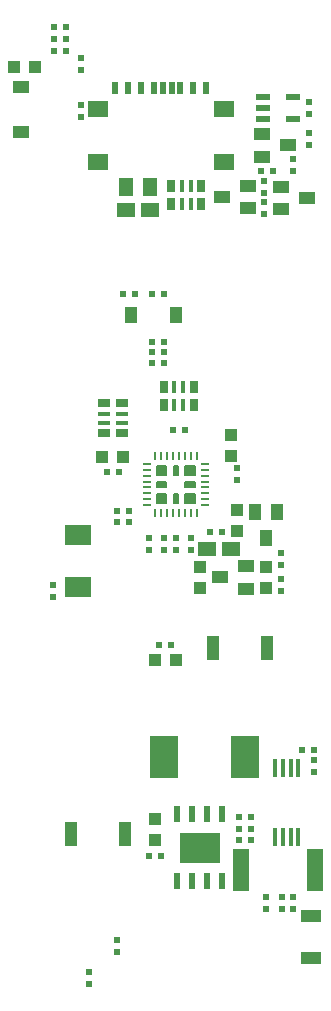
<source format=gbr>
G04 #@! TF.GenerationSoftware,KiCad,Pcbnew,5.1.6-c6e7f7d~87~ubuntu18.04.1*
G04 #@! TF.CreationDate,2022-07-28T15:35:08+03:00*
G04 #@! TF.ProjectId,ESP32-PoE-ISO_Rev_K,45535033-322d-4506-9f45-2d49534f5f52,K*
G04 #@! TF.SameCoordinates,Original*
G04 #@! TF.FileFunction,Paste,Bot*
G04 #@! TF.FilePolarity,Positive*
%FSLAX46Y46*%
G04 Gerber Fmt 4.6, Leading zero omitted, Abs format (unit mm)*
G04 Created by KiCad (PCBNEW 5.1.6-c6e7f7d~87~ubuntu18.04.1) date 2022-07-28 15:35:08*
%MOMM*%
%LPD*%
G01*
G04 APERTURE LIST*
%ADD10C,0.200000*%
%ADD11R,1.400000X1.000000*%
%ADD12R,1.016000X1.016000*%
%ADD13R,1.016000X2.032000*%
%ADD14R,2.400000X3.600000*%
%ADD15R,0.550000X0.500000*%
%ADD16R,0.500000X0.550000*%
%ADD17R,1.270000X1.524000*%
%ADD18R,1.524000X1.270000*%
%ADD19R,1.778000X1.016000*%
%ADD20R,0.500000X1.000000*%
%ADD21R,1.754000X1.454000*%
%ADD22R,0.381000X1.016000*%
%ADD23R,0.635000X1.016000*%
%ADD24R,1.000000X1.400000*%
%ADD25R,0.230000X0.780000*%
%ADD26R,0.780000X0.230000*%
%ADD27R,1.016000X0.381000*%
%ADD28R,1.016000X0.635000*%
%ADD29R,2.286000X1.778000*%
%ADD30R,0.350000X1.500000*%
%ADD31R,3.500000X2.600000*%
%ADD32R,0.600000X1.400000*%
%ADD33R,1.454000X3.654001*%
%ADD34R,1.200000X0.550000*%
G04 APERTURE END LIST*
D10*
X104610000Y-136706000D02*
X104610000Y-137106000D01*
X103810000Y-136706000D02*
X104610000Y-136706000D01*
X103810000Y-137106000D02*
X103810000Y-136706000D01*
X104610000Y-137106000D02*
X103810000Y-137106000D01*
X104610000Y-137006000D02*
X103810000Y-137006000D01*
X103810000Y-136906000D02*
X104610000Y-136906000D01*
X104610000Y-136806000D02*
X103810000Y-136806000D01*
X107010000Y-136806000D02*
X106210000Y-136806000D01*
X106210000Y-136906000D02*
X107010000Y-136906000D01*
X107010000Y-137006000D02*
X106210000Y-137006000D01*
X107010000Y-137106000D02*
X106210000Y-137106000D01*
X106210000Y-137106000D02*
X106210000Y-136706000D01*
X106210000Y-136706000D02*
X107010000Y-136706000D01*
X107010000Y-136706000D02*
X107010000Y-137106000D01*
X105210000Y-136106000D02*
X105610000Y-136106000D01*
X105210000Y-135306000D02*
X105210000Y-136106000D01*
X105610000Y-135306000D02*
X105210000Y-135306000D01*
X105610000Y-136106000D02*
X105610000Y-135306000D01*
X105510000Y-136106000D02*
X105510000Y-135306000D01*
X105410000Y-136106000D02*
X105410000Y-135306000D01*
X105310000Y-136106000D02*
X105310000Y-135306000D01*
X105310000Y-138506000D02*
X105310000Y-137706000D01*
X105410000Y-138506000D02*
X105410000Y-137706000D01*
X105510000Y-138506000D02*
X105510000Y-137706000D01*
X105610000Y-138506000D02*
X105610000Y-137706000D01*
X105610000Y-137706000D02*
X105210000Y-137706000D01*
X105210000Y-137706000D02*
X105210000Y-138506000D01*
X105210000Y-138506000D02*
X105610000Y-138506000D01*
X104610000Y-135406000D02*
X103810000Y-135406000D01*
X104610000Y-135506000D02*
X103810000Y-135506000D01*
X104610000Y-135606000D02*
X103810000Y-135606000D01*
X104610000Y-135706000D02*
X103810000Y-135706000D01*
X104610000Y-135806000D02*
X103810000Y-135806000D01*
X104610000Y-135906000D02*
X103810000Y-135906000D01*
X104610000Y-136006000D02*
X103810000Y-136006000D01*
X104610000Y-136106000D02*
X103810000Y-136106000D01*
X103810000Y-136106000D02*
X103810000Y-135306000D01*
X103810000Y-135306000D02*
X104610000Y-135306000D01*
X104610000Y-135306000D02*
X104610000Y-136106000D01*
X107010000Y-135306000D02*
X107010000Y-136106000D01*
X106210000Y-135306000D02*
X107010000Y-135306000D01*
X106210000Y-136106000D02*
X106210000Y-135306000D01*
X107010000Y-136106000D02*
X106210000Y-136106000D01*
X107010000Y-136006000D02*
X106210000Y-136006000D01*
X107010000Y-135906000D02*
X106210000Y-135906000D01*
X107010000Y-135806000D02*
X106210000Y-135806000D01*
X107010000Y-135706000D02*
X106210000Y-135706000D01*
X107010000Y-135606000D02*
X106210000Y-135606000D01*
X107010000Y-135506000D02*
X106210000Y-135506000D01*
X107010000Y-135406000D02*
X106210000Y-135406000D01*
X104610000Y-137706000D02*
X104610000Y-138506000D01*
X103810000Y-137706000D02*
X104610000Y-137706000D01*
X103810000Y-138506000D02*
X103810000Y-137706000D01*
X104610000Y-138506000D02*
X103810000Y-138506000D01*
X104610000Y-138406000D02*
X103810000Y-138406000D01*
X104610000Y-138306000D02*
X103810000Y-138306000D01*
X104610000Y-138206000D02*
X103810000Y-138206000D01*
X104610000Y-138106000D02*
X103810000Y-138106000D01*
X104610000Y-138006000D02*
X103810000Y-138006000D01*
X104610000Y-137906000D02*
X103810000Y-137906000D01*
X104610000Y-137806000D02*
X103810000Y-137806000D01*
X107010000Y-137806000D02*
X106210000Y-137806000D01*
X107010000Y-137906000D02*
X106210000Y-137906000D01*
X107010000Y-138006000D02*
X106210000Y-138006000D01*
X107010000Y-138106000D02*
X106210000Y-138106000D01*
X107010000Y-138206000D02*
X106210000Y-138206000D01*
X107010000Y-138306000D02*
X106210000Y-138306000D01*
X107010000Y-138406000D02*
X106210000Y-138406000D01*
X107010000Y-138506000D02*
X106210000Y-138506000D01*
X106210000Y-138506000D02*
X106210000Y-137706000D01*
X106210000Y-137706000D02*
X107010000Y-137706000D01*
X107010000Y-137706000D02*
X107010000Y-138506000D01*
D11*
X92329000Y-103256000D03*
X92329000Y-107056000D03*
D12*
X91694000Y-101600000D03*
X93472000Y-101600000D03*
D13*
X101092000Y-166497000D03*
X96520000Y-166497000D03*
X113157000Y-150749000D03*
X108585000Y-150749000D03*
D14*
X104423000Y-160020000D03*
X111223000Y-160020000D03*
D15*
X94996000Y-145415000D03*
X94996000Y-146431000D03*
D16*
X95123000Y-99187000D03*
X96139000Y-99187000D03*
X95123000Y-98171000D03*
X96139000Y-98171000D03*
X96139000Y-100203000D03*
X95123000Y-100203000D03*
D12*
X105410000Y-151765000D03*
X103632000Y-151765000D03*
D15*
X114300000Y-142748000D03*
X114300000Y-143764000D03*
D12*
X113030000Y-143891000D03*
X113030000Y-145669000D03*
D17*
X103251000Y-111760000D03*
X101219000Y-111760000D03*
D16*
X106172000Y-132334000D03*
X105156000Y-132334000D03*
X99568000Y-135890000D03*
X100584000Y-135890000D03*
X101473000Y-139192000D03*
X100457000Y-139192000D03*
X109347000Y-140970000D03*
X108331000Y-140970000D03*
X113665000Y-110363000D03*
X112649000Y-110363000D03*
D15*
X97409000Y-105791000D03*
X97409000Y-104775000D03*
D16*
X104394000Y-126619000D03*
X103378000Y-126619000D03*
X104394000Y-124841000D03*
X103378000Y-124841000D03*
X104394000Y-120777000D03*
X103378000Y-120777000D03*
X104394000Y-125730000D03*
X103378000Y-125730000D03*
X100457000Y-140081000D03*
X101473000Y-140081000D03*
D15*
X110617000Y-136525000D03*
X110617000Y-135509000D03*
X105410000Y-141478000D03*
X105410000Y-142494000D03*
X106680000Y-142494000D03*
X106680000Y-141478000D03*
X103124000Y-142494000D03*
X103124000Y-141478000D03*
X104394000Y-142494000D03*
X104394000Y-141478000D03*
X114300000Y-145923000D03*
X114300000Y-144907000D03*
D16*
X105029000Y-150495000D03*
X104013000Y-150495000D03*
D15*
X115316000Y-109347000D03*
X115316000Y-110363000D03*
D11*
X111343440Y-143830040D03*
X111343440Y-145732500D03*
X109133640Y-144777460D03*
X114335560Y-113598960D03*
X114335560Y-111696500D03*
X116545360Y-112651540D03*
D18*
X101219000Y-113665000D03*
X103251000Y-113665000D03*
D19*
X116840000Y-177038000D03*
X116840000Y-173482000D03*
D20*
X100290000Y-103380000D03*
X101390000Y-103380000D03*
X102490000Y-103380000D03*
X103590000Y-103380000D03*
X104340000Y-103380000D03*
X105040000Y-103380000D03*
X105790000Y-103380000D03*
X106890000Y-103380000D03*
X107990000Y-103380000D03*
D21*
X109440000Y-105130000D03*
X98840000Y-105130000D03*
X109440000Y-109580000D03*
X98840000Y-109580000D03*
D12*
X110109000Y-134493000D03*
X110109000Y-132715000D03*
X99187000Y-134620000D03*
X100965000Y-134620000D03*
X107442000Y-143891000D03*
X107442000Y-145669000D03*
X110617000Y-140843000D03*
X110617000Y-139065000D03*
D22*
X106045000Y-128651000D03*
X105283000Y-128651000D03*
X106045000Y-130175000D03*
X105283000Y-130175000D03*
D23*
X106934000Y-128651000D03*
X106934000Y-130175000D03*
X104394000Y-128651000D03*
X104394000Y-130175000D03*
D11*
X111506000Y-111633000D03*
X111506000Y-113535460D03*
X109296200Y-112580420D03*
D18*
X110109000Y-142367000D03*
X108077000Y-142367000D03*
D15*
X116713000Y-108204000D03*
X116713000Y-107188000D03*
D24*
X105405000Y-122555000D03*
X101605000Y-122555000D03*
D16*
X100965000Y-120777000D03*
X101981000Y-120777000D03*
D25*
X103660000Y-139356000D03*
X104160000Y-139356000D03*
X104660000Y-139356000D03*
X105160000Y-139356000D03*
X105660000Y-139356000D03*
X106160000Y-139356000D03*
X106660000Y-139356000D03*
X107160000Y-139356000D03*
D26*
X107860000Y-138656000D03*
X107860000Y-138156000D03*
X107860000Y-137656000D03*
X107860000Y-137156000D03*
X107860000Y-136656000D03*
X107860000Y-136156000D03*
X107860000Y-135656000D03*
X107860000Y-135156000D03*
D25*
X107160000Y-134456000D03*
X106660000Y-134456000D03*
X106160000Y-134456000D03*
X105660000Y-134456000D03*
X105160000Y-134456000D03*
X104660000Y-134456000D03*
X104160000Y-134456000D03*
X103660000Y-134456000D03*
D26*
X102960000Y-135156000D03*
X102960000Y-135656000D03*
X102960000Y-136156000D03*
X102960000Y-136656000D03*
X102960000Y-137156000D03*
X102960000Y-137656000D03*
X102960000Y-138156000D03*
X102960000Y-138656000D03*
D15*
X112903000Y-114046000D03*
X112903000Y-113030000D03*
X112903000Y-112268000D03*
X112903000Y-111252000D03*
D11*
X114892000Y-108204000D03*
X112692000Y-107254000D03*
X112692000Y-109154000D03*
D24*
X113027460Y-141437360D03*
X113982500Y-139227560D03*
X112080040Y-139227560D03*
D23*
X105029000Y-113157000D03*
X105029000Y-111633000D03*
X107569000Y-113157000D03*
X107569000Y-111633000D03*
D22*
X105918000Y-113157000D03*
X106680000Y-113157000D03*
X105918000Y-111633000D03*
X106680000Y-111633000D03*
D27*
X99314000Y-130937000D03*
X99314000Y-131699000D03*
X100838000Y-130937000D03*
X100838000Y-131699000D03*
D28*
X99314000Y-130048000D03*
X100838000Y-130048000D03*
X99314000Y-132588000D03*
X100838000Y-132588000D03*
D29*
X97155000Y-145560000D03*
X97155000Y-141206000D03*
D15*
X100457000Y-175514000D03*
X100457000Y-176530000D03*
X98044000Y-179197000D03*
X98044000Y-178181000D03*
D16*
X111760000Y-167005000D03*
X110744000Y-167005000D03*
D15*
X113030000Y-171831000D03*
X113030000Y-172847000D03*
X115316000Y-172847000D03*
X115316000Y-171831000D03*
X114427000Y-172847000D03*
X114427000Y-171831000D03*
D16*
X103124000Y-168402000D03*
X104140000Y-168402000D03*
X110744000Y-165100000D03*
X111760000Y-165100000D03*
X111760000Y-166116000D03*
X110744000Y-166116000D03*
D30*
X115783000Y-160880000D03*
X115133000Y-160880000D03*
X114483000Y-160880000D03*
X113833000Y-160880000D03*
X113833000Y-166780000D03*
X114483000Y-166780000D03*
X115133000Y-166780000D03*
X115783000Y-166780000D03*
D31*
X107442000Y-167646000D03*
D32*
X105537000Y-170446000D03*
X106807000Y-170446000D03*
X108077000Y-170446000D03*
X109347000Y-170446000D03*
X109347000Y-164846000D03*
X108077000Y-164846000D03*
X106807000Y-164846000D03*
X105537000Y-164846000D03*
D12*
X103632000Y-165227000D03*
X103632000Y-167005000D03*
D33*
X117196000Y-169545000D03*
X110896000Y-169545000D03*
D15*
X116713000Y-104521000D03*
X116713000Y-105537000D03*
D34*
X115351000Y-104079001D03*
X115351000Y-105979001D03*
X112751000Y-104079001D03*
X112751000Y-105029001D03*
X112751000Y-105979001D03*
D15*
X97409000Y-100838000D03*
X97409000Y-101854000D03*
D16*
X116078000Y-159385000D03*
X117094000Y-159385000D03*
D15*
X117094000Y-161290000D03*
X117094000Y-160274000D03*
M02*

</source>
